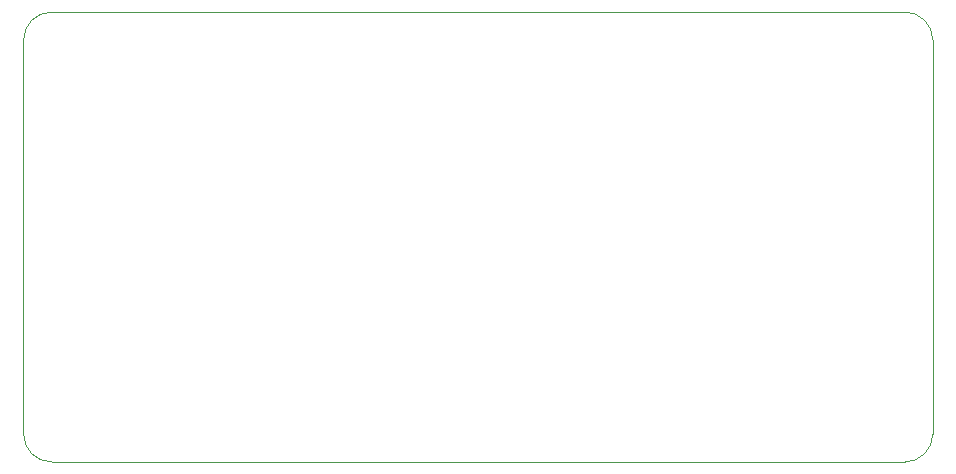
<source format=gm1>
G04 #@! TF.GenerationSoftware,KiCad,Pcbnew,(5.1.4-0)*
G04 #@! TF.CreationDate,2021-10-16T03:16:45+01:00*
G04 #@! TF.ProjectId,PR-4PP,50522d34-5050-42e6-9b69-6361645f7063,rev?*
G04 #@! TF.SameCoordinates,Original*
G04 #@! TF.FileFunction,Profile,NP*
%FSLAX46Y46*%
G04 Gerber Fmt 4.6, Leading zero omitted, Abs format (unit mm)*
G04 Created by KiCad (PCBNEW (5.1.4-0)) date 2021-10-16 03:16:45*
%MOMM*%
%LPD*%
G04 APERTURE LIST*
%ADD10C,0.120000*%
G04 APERTURE END LIST*
D10*
X21431250Y-62706250D02*
X21431250Y-96043750D01*
X21431250Y-62706250D02*
G75*
G02X23812500Y-60325000I2381250J0D01*
G01*
X96043750Y-60325000D02*
X23812500Y-60325000D01*
X23812500Y-98425000D02*
G75*
G02X21431250Y-96043750I0J2381250D01*
G01*
X96043750Y-98425000D02*
X23812500Y-98425000D01*
X98425000Y-62706250D02*
X98425000Y-96043750D01*
X98425000Y-96043750D02*
G75*
G02X96043750Y-98425000I-2381250J0D01*
G01*
X96043750Y-60325000D02*
G75*
G02X98425000Y-62706250I0J-2381250D01*
G01*
M02*

</source>
